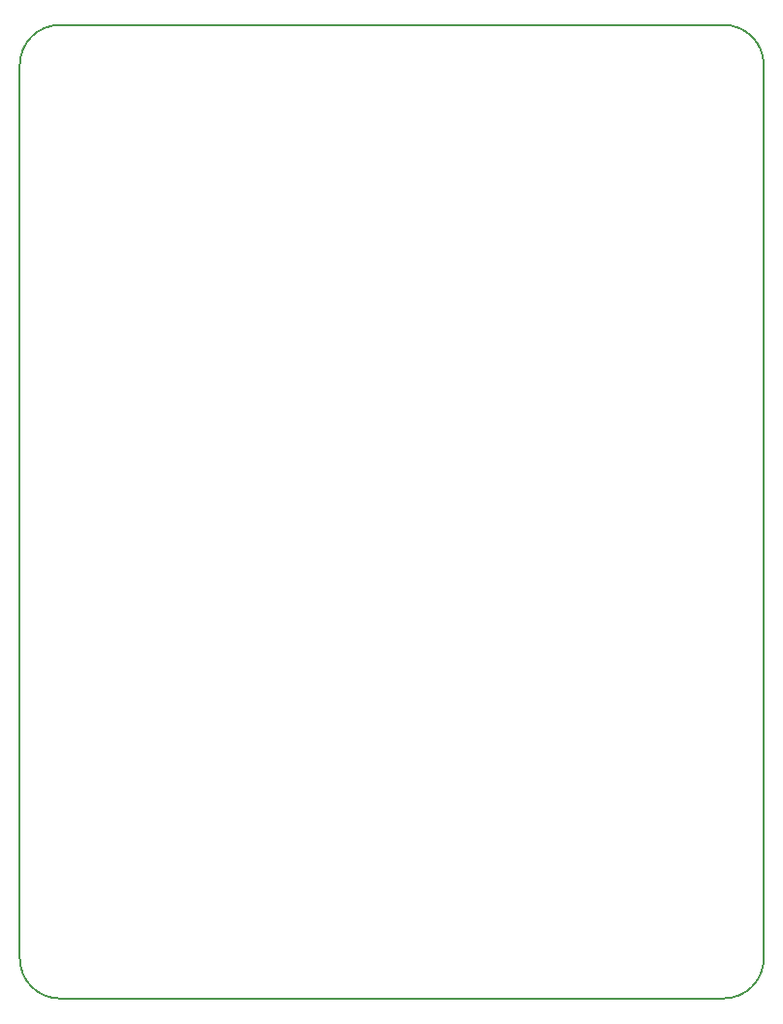
<source format=gbr>
G04 start of page 6 for group 4 idx 4 *
G04 Title: (unknown), outline *
G04 Creator: pcb 20140316 *
G04 CreationDate: Wed 10 Jul 2019 18:35:36 GMT UTC *
G04 For: kier *
G04 Format: Gerber/RS-274X *
G04 PCB-Dimensions (mil): 3346.46 4133.86 *
G04 PCB-Coordinate-Origin: lower left *
%MOIN*%
%FSLAX25Y25*%
%LNOUTLINE*%
%ADD116C,0.0079*%
G54D116*X53150Y39370D02*X281496D01*
X295276Y53150D02*Y360236D01*
X281496Y374016D02*X53150D01*
X39370Y360236D02*Y53150D01*
X281496Y39370D02*G75*G03X295276Y53150I0J13780D01*G01*
X39370D02*G75*G03X53150Y39370I13780J0D01*G01*
X39370Y360236D02*G75*G02X53150Y374016I13780J0D01*G01*
X281496D02*G75*G02X295276Y360236I0J-13780D01*G01*
M02*

</source>
